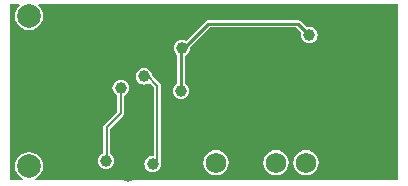
<source format=gbl>
G04 Layer_Physical_Order=2*
G04 Layer_Color=16711680*
%FSLAX44Y44*%
%MOMM*%
G71*
G01*
G75*
%ADD26C,0.2032*%
%ADD27C,0.2540*%
%ADD33C,1.7500*%
%ADD34C,2.0000*%
%ADD35C,1.0000*%
%ADD36C,0.6600*%
%ADD37R,5.7000X5.6000*%
G36*
X1032978Y493948D02*
X725832D01*
X725579Y495218D01*
X726504Y495601D01*
X728991Y497509D01*
X730899Y499996D01*
X732099Y502892D01*
X732508Y506000D01*
X732099Y509108D01*
X730899Y512004D01*
X728991Y514491D01*
X726504Y516399D01*
X723608Y517599D01*
X720500Y518008D01*
X717392Y517599D01*
X714496Y516399D01*
X712009Y514491D01*
X710101Y512004D01*
X708901Y509108D01*
X708492Y506000D01*
X708901Y502892D01*
X710101Y499996D01*
X712009Y497509D01*
X714496Y495601D01*
X715421Y495218D01*
X715168Y493948D01*
X704048D01*
Y643144D01*
X712188D01*
X712597Y641941D01*
X712009Y641491D01*
X710101Y639004D01*
X708901Y636108D01*
X708492Y633000D01*
X708901Y629892D01*
X710101Y626996D01*
X712009Y624509D01*
X714496Y622601D01*
X717392Y621401D01*
X720500Y620992D01*
X723608Y621401D01*
X726504Y622601D01*
X728991Y624509D01*
X730899Y626996D01*
X732099Y629892D01*
X732508Y633000D01*
X732099Y636108D01*
X730899Y639004D01*
X728991Y641491D01*
X728403Y641941D01*
X728812Y643144D01*
X1032978D01*
Y493948D01*
D02*
G37*
%LPC*%
G36*
X947934Y629981D02*
X872256D01*
X871017Y629735D01*
X869967Y629033D01*
X853117Y612183D01*
X851803Y612727D01*
X850000Y612965D01*
X848197Y612727D01*
X846518Y612032D01*
X845075Y610925D01*
X843969Y609482D01*
X843273Y607803D01*
X843035Y606000D01*
X843273Y604197D01*
X843969Y602518D01*
X845075Y601075D01*
X845763Y600548D01*
Y576133D01*
X845518Y576031D01*
X844075Y574925D01*
X842969Y573482D01*
X842273Y571803D01*
X842035Y570000D01*
X842273Y568197D01*
X842969Y566518D01*
X844075Y565075D01*
X845518Y563969D01*
X847197Y563273D01*
X849000Y563035D01*
X850803Y563273D01*
X852482Y563969D01*
X853925Y565075D01*
X855032Y566518D01*
X855727Y568197D01*
X855965Y570000D01*
X855727Y571803D01*
X855032Y573482D01*
X853925Y574925D01*
X852482Y576031D01*
X852237Y576133D01*
Y599453D01*
X853482Y599968D01*
X854925Y601075D01*
X856031Y602518D01*
X856727Y604197D01*
X856965Y606000D01*
X856863Y606773D01*
X873597Y623507D01*
X946593D01*
X951168Y618932D01*
X951067Y618687D01*
X950829Y616884D01*
X951067Y615081D01*
X951762Y613402D01*
X952869Y611959D01*
X954312Y610853D01*
X955991Y610157D01*
X957794Y609919D01*
X959597Y610157D01*
X961276Y610853D01*
X962719Y611959D01*
X963826Y613402D01*
X964521Y615081D01*
X964759Y616884D01*
X964521Y618687D01*
X963826Y620366D01*
X962719Y621809D01*
X961276Y622915D01*
X959597Y623611D01*
X957794Y623849D01*
X955991Y623611D01*
X955746Y623510D01*
X950223Y629033D01*
X949173Y629735D01*
X947934Y629981D01*
D02*
G37*
G36*
X818000Y588965D02*
X816197Y588727D01*
X814518Y588032D01*
X813075Y586925D01*
X811969Y585482D01*
X811273Y583803D01*
X811035Y582000D01*
X811273Y580197D01*
X811969Y578518D01*
X813075Y577075D01*
X814518Y575969D01*
X816197Y575273D01*
X818000Y575035D01*
X819803Y575273D01*
X821482Y575969D01*
X822239Y576549D01*
X826022Y572766D01*
Y515792D01*
X825067Y514954D01*
X824998Y514964D01*
X823196Y514726D01*
X821516Y514030D01*
X820074Y512924D01*
X818967Y511481D01*
X818271Y509801D01*
X818034Y507999D01*
X818271Y506196D01*
X818967Y504517D01*
X820074Y503074D01*
X821516Y501968D01*
X823196Y501272D01*
X824998Y501034D01*
X826801Y501272D01*
X828481Y501968D01*
X829923Y503074D01*
X831030Y504517D01*
X831726Y506196D01*
X831933Y507775D01*
X831978Y508000D01*
Y574000D01*
X831751Y575140D01*
X831106Y576106D01*
X824927Y582285D01*
X824727Y583803D01*
X824032Y585482D01*
X822925Y586925D01*
X821482Y588032D01*
X819803Y588727D01*
X818000Y588965D01*
D02*
G37*
G36*
X798000Y578965D02*
X796197Y578727D01*
X794518Y578032D01*
X793075Y576925D01*
X791969Y575482D01*
X791273Y573803D01*
X791035Y572000D01*
X791273Y570197D01*
X791969Y568518D01*
X793075Y567075D01*
X794518Y565969D01*
X795022Y565760D01*
Y552234D01*
X783894Y541106D01*
X783249Y540140D01*
X783022Y539000D01*
Y516947D01*
X782018Y516531D01*
X780575Y515425D01*
X779469Y513982D01*
X778773Y512303D01*
X778535Y510500D01*
X778773Y508697D01*
X779469Y507018D01*
X780575Y505575D01*
X782018Y504468D01*
X783697Y503773D01*
X785500Y503535D01*
X787303Y503773D01*
X788982Y504468D01*
X790425Y505575D01*
X791532Y507018D01*
X792227Y508697D01*
X792465Y510500D01*
X792227Y512303D01*
X791532Y513982D01*
X790425Y515425D01*
X788982Y516531D01*
X788978Y516533D01*
Y537766D01*
X800106Y548894D01*
X800751Y549860D01*
X800978Y551000D01*
Y565760D01*
X801482Y565969D01*
X802925Y567075D01*
X804032Y568518D01*
X804727Y570197D01*
X804965Y572000D01*
X804727Y573803D01*
X804032Y575482D01*
X802925Y576925D01*
X801482Y578032D01*
X799803Y578727D01*
X798000Y578965D01*
D02*
G37*
G36*
X955000Y519747D02*
X952218Y519381D01*
X949626Y518307D01*
X947401Y516599D01*
X945693Y514374D01*
X944619Y511782D01*
X944253Y509000D01*
X944619Y506218D01*
X945693Y503627D01*
X947401Y501401D01*
X949626Y499693D01*
X952218Y498619D01*
X955000Y498253D01*
X957782Y498619D01*
X960374Y499693D01*
X962599Y501401D01*
X964307Y503627D01*
X965381Y506218D01*
X965747Y509000D01*
X965381Y511782D01*
X964307Y514374D01*
X962599Y516599D01*
X960374Y518307D01*
X957782Y519381D01*
X955000Y519747D01*
D02*
G37*
G36*
X929600D02*
X926818Y519381D01*
X924227Y518307D01*
X922001Y516599D01*
X920293Y514374D01*
X919219Y511782D01*
X918853Y509000D01*
X919219Y506218D01*
X920293Y503627D01*
X922001Y501401D01*
X924227Y499693D01*
X926818Y498619D01*
X929600Y498253D01*
X932382Y498619D01*
X934974Y499693D01*
X937199Y501401D01*
X938907Y503627D01*
X939981Y506218D01*
X940347Y509000D01*
X939981Y511782D01*
X938907Y514374D01*
X937199Y516599D01*
X934974Y518307D01*
X932382Y519381D01*
X929600Y519747D01*
D02*
G37*
G36*
X878800D02*
X876019Y519381D01*
X873427Y518307D01*
X871201Y516599D01*
X869493Y514374D01*
X868419Y511782D01*
X868053Y509000D01*
X868419Y506218D01*
X869493Y503627D01*
X871201Y501401D01*
X873427Y499693D01*
X876019Y498619D01*
X878800Y498253D01*
X881581Y498619D01*
X884174Y499693D01*
X886399Y501401D01*
X888107Y503627D01*
X889181Y506218D01*
X889547Y509000D01*
X889181Y511782D01*
X888107Y514374D01*
X886399Y516599D01*
X884174Y518307D01*
X881581Y519381D01*
X878800Y519747D01*
D02*
G37*
%LPD*%
D26*
X818000Y583000D02*
X820000D01*
X829000Y574000D01*
X798000Y551000D02*
Y572000D01*
X786000Y539000D02*
X798000Y551000D01*
X824998Y507999D02*
X824999Y508000D01*
X829000D01*
Y574000D01*
X786000Y511000D02*
Y539000D01*
D27*
X849000Y603488D02*
X872256Y626744D01*
X849000Y570000D02*
Y603488D01*
X947934Y626744D02*
X957794Y616884D01*
X872256Y626744D02*
X947934D01*
D33*
X904200Y509000D02*
D03*
X878800D02*
D03*
X929600D02*
D03*
X955000D02*
D03*
D34*
X720500Y633000D02*
D03*
Y506000D02*
D03*
D35*
X818000Y582000D02*
D03*
X798000Y572000D02*
D03*
X824998Y507999D02*
D03*
X785500Y510500D02*
D03*
X850000Y606000D02*
D03*
X849000Y570000D02*
D03*
X775000Y576000D02*
D03*
X1005000Y507500D02*
D03*
X1025000D02*
D03*
X957794Y603930D02*
D03*
X1016976Y626282D02*
D03*
X1026120Y635934D02*
D03*
X990000Y502000D02*
D03*
X1010372Y525190D02*
D03*
X1025866Y525698D02*
D03*
Y539922D02*
D03*
Y553638D02*
D03*
Y566846D02*
D03*
Y580308D02*
D03*
X749000Y599000D02*
D03*
X736000Y518000D02*
D03*
X1008848Y563290D02*
D03*
X1006562Y605708D02*
D03*
X895000Y536000D02*
D03*
X957794Y616884D02*
D03*
X780000Y633000D02*
D03*
X969478Y553892D02*
D03*
X763000Y633000D02*
D03*
X924774Y636696D02*
D03*
X840000Y550000D02*
D03*
X933000Y537000D02*
D03*
X915000Y536000D02*
D03*
X877000D02*
D03*
X848000Y505000D02*
D03*
X804000Y498000D02*
D03*
X717500Y590000D02*
D03*
Y542500D02*
D03*
D36*
X886416Y583364D02*
D03*
Y571364D02*
D03*
X898416Y583364D02*
D03*
Y571364D02*
D03*
X886416Y595364D02*
D03*
X898416D02*
D03*
X886416Y607364D02*
D03*
X898416D02*
D03*
X910416Y571364D02*
D03*
Y583364D02*
D03*
X922416Y571364D02*
D03*
Y583364D02*
D03*
X910416Y595364D02*
D03*
Y607364D02*
D03*
X922416D02*
D03*
Y595364D02*
D03*
D37*
X904506Y588744D02*
D03*
M02*

</source>
